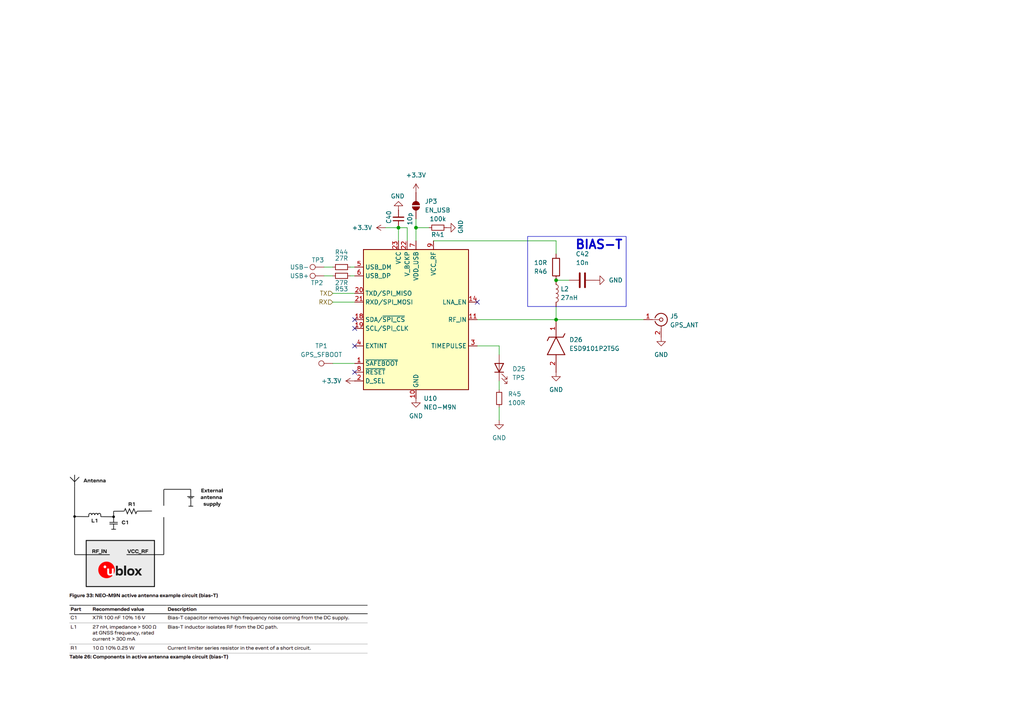
<source format=kicad_sch>
(kicad_sch (version 20231120) (generator "eeschema") (generator_version "8.0")
  (paper "A4")
  (title_block (title "TeR_ECU") (date "2024-07-12") (company "Tecnun-eRacing"))
  (lib_symbols
    (symbol "Connector:Conn_Coaxial" (pin_names (offset 1.016) hide)
      (property "Reference" "J" (at 0.254 3.048 0))
      (property "Value" "Conn_Coaxial" (at 2.921 0 90))
      (symbol "Conn_Coaxial_0_1"
        (arc (start -1.778 -0.508) (mid 0.2311 -1.8066) (end 1.778 0) (stroke (width 0.254)))
        (polyline (pts (xy -2.54 0) (xy -0.508 0)))
        (polyline (pts (xy 0 -2.54) (xy 0 -1.778)))
        (circle (center 0 0) (radius 0.508) (stroke (width 0.2032)))
        (arc (start 1.778 0) (mid 0.2099 1.8101) (end -1.778 0.508) (stroke (width 0.254)))
      )
      (symbol "Conn_Coaxial_1_1"
        (pin passive line (at -5.08 0 0) (length 2.54) (name "In") (number "1"))
        (pin passive line (at 0 -5.08 90) (length 2.54) (name "Ext") (number "2"))
      )
    )
    (symbol "Connector:TestPoint" (pin_numbers hide) (pin_names (offset 0.762) hide)
      (property "Reference" "TP" (at 0 6.858 0))
      (property "Value" "TestPoint" (at 0 5.08 0))
      (symbol "TestPoint_0_1"
        (circle (center 0 3.302) (radius 0.762))
      )
      (symbol "TestPoint_1_1"
        (pin passive line (at 0 0 90) (length 2.54) (name "1") (number "1"))
      )
    )
    (symbol "DIODO_GPS:ESD9101P2T5G" (pin_names hide)
      (property "Reference" "D" (at 10.16 8.89 0))
      (property "Value" "ESD9101P2T5G" (at 10.16 6.35 0))
      (symbol "ESD9101P2T5G_1_1"
        (polyline (pts (xy 4.064 2.54) (xy 5.08 2.032)) (stroke (width 0.254)))
        (polyline (pts (xy 5.08 -2.032) (xy 5.08 2.032)) (stroke (width 0.254)))
        (polyline (pts (xy 5.08 -2.032) (xy 6.096 -2.54)) (stroke (width 0.254)))
        (polyline (pts (xy 5.08 0) (xy 10.16 2.54)) (stroke (width 0.254)))
        (polyline (pts (xy 10.16 -2.54) (xy 5.08 0)) (stroke (width 0.254)))
        (polyline (pts (xy 10.16 -2.54) (xy 10.16 2.54)) (stroke (width 0.254)))
        (pin passive line (at 0 0 0) (length 5.08) (name "K") (number "1"))
        (pin passive line (at 15.24 0 180) (length 5.08) (name "A") (number "2"))
      )
    )
    (symbol "Device:C" (pin_numbers hide) (pin_names (offset 0.254))
      (property "Reference" "C" (at 0.635 2.54 0))
      (property "Value" "C" (at 0.635 -2.54 0))
      (symbol "C_0_1"
        (polyline (pts (xy -2.032 -0.762) (xy 2.032 -0.762)) (stroke (width 0.508)))
        (polyline (pts (xy -2.032 0.762) (xy 2.032 0.762)) (stroke (width 0.508)))
      )
      (symbol "C_1_1"
        (pin passive line (at 0 3.81 270) (length 2.794) (name "~") (number "1"))
        (pin passive line (at 0 -3.81 90) (length 2.794) (name "~") (number "2"))
      )
    )
    (symbol "Device:C_Small" (pin_numbers hide) (pin_names (offset 0.254) hide)
      (property "Reference" "C" (at 0.254 1.778 0))
      (property "Value" "C_Small" (at 0.254 -2.032 0))
      (symbol "C_Small_0_1"
        (polyline (pts (xy -1.524 -0.508) (xy 1.524 -0.508)) (stroke (width 0.3302)))
        (polyline (pts (xy -1.524 0.508) (xy 1.524 0.508)) (stroke (width 0.3048)))
      )
      (symbol "C_Small_1_1"
        (pin passive line (at 0 2.54 270) (length 2.032) (name "~") (number "1"))
        (pin passive line (at 0 -2.54 90) (length 2.032) (name "~") (number "2"))
      )
    )
    (symbol "Device:L" (pin_numbers hide) (pin_names (offset 1.016) hide)
      (property "Reference" "L" (at -1.27 0 90))
      (property "Value" "L" (at 1.905 0 90))
      (symbol "L_0_1"
        (arc (start 0 -2.54) (mid 0.6323 -1.905) (end 0 -1.27))
        (arc (start 0 -1.27) (mid 0.6323 -0.635) (end 0 0))
        (arc (start 0 0) (mid 0.6323 0.635) (end 0 1.27))
        (arc (start 0 1.27) (mid 0.6323 1.905) (end 0 2.54))
      )
      (symbol "L_1_1"
        (pin passive line (at 0 3.81 270) (length 1.27) (name "1") (number "1"))
        (pin passive line (at 0 -3.81 90) (length 1.27) (name "2") (number "2"))
      )
    )
    (symbol "Device:LED" (pin_numbers hide) (pin_names (offset 1.016) hide)
      (property "Reference" "D" (at 0 2.54 0))
      (property "Value" "LED" (at 0 -2.54 0))
      (symbol "LED_0_1"
        (polyline (pts (xy -1.27 -1.27) (xy -1.27 1.27)) (stroke (width 0.254)))
        (polyline (pts (xy -1.27 0) (xy 1.27 0)))
        (polyline (pts (xy 1.27 -1.27) (xy 1.27 1.27) (xy -1.27 0) (xy 1.27 -1.27)) (stroke (width 0.254)))
        (polyline (pts (xy -3.048 -0.762) (xy -4.572 -2.286) (xy -3.81 -2.286) (xy -4.572 -2.286) (xy -4.572 -1.524)))
        (polyline (pts (xy -1.778 -0.762) (xy -3.302 -2.286) (xy -2.54 -2.286) (xy -3.302 -2.286) (xy -3.302 -1.524)))
      )
      (symbol "LED_1_1"
        (pin passive line (at -3.81 0 0) (length 2.54) (name "K") (number "1"))
        (pin passive line (at 3.81 0 180) (length 2.54) (name "A") (number "2"))
      )
    )
    (symbol "Device:R" (pin_numbers hide) (pin_names (offset 0))
      (property "Reference" "R" (at 2.032 0 90))
      (property "Value" "R" (at 0 0 90))
      (symbol "R_0_1"
        (rectangle (start -1.016 -2.54) (end 1.016 2.54) (stroke (width 0.254)))
      )
      (symbol "R_1_1"
        (pin passive line (at 0 3.81 270) (length 1.27) (name "~") (number "1"))
        (pin passive line (at 0 -3.81 90) (length 1.27) (name "~") (number "2"))
      )
    )
    (symbol "Device:R_Small" (pin_numbers hide) (pin_names (offset 0.254) hide)
      (property "Reference" "R" (at 0.762 0.508 0))
      (property "Value" "R_Small" (at 0.762 -1.016 0))
      (symbol "R_Small_0_1"
        (rectangle (start -0.762 1.778) (end 0.762 -1.778) (stroke (width 0.2032)))
      )
      (symbol "R_Small_1_1"
        (pin passive line (at 0 2.54 270) (length 0.762) (name "~") (number "1"))
        (pin passive line (at 0 -2.54 90) (length 0.762) (name "~") (number "2"))
      )
    )
    (symbol "Jumper:SolderJumper_2_Open" (pin_numbers hide) (pin_names (offset 0) hide) (exclude_from_sim yes) (in_bom no)
      (property "Reference" "JP" (at 0 2.032 0))
      (property "Value" "SolderJumper_2_Open" (at 0 -2.54 0))
      (symbol "SolderJumper_2_Open_0_1"
        (arc (start -0.254 1.016) (mid -1.2656 0) (end -0.254 -1.016))
        (arc (start -0.254 1.016) (mid -1.2656 0) (end -0.254 -1.016) (fill (type outline)))
        (polyline (pts (xy -0.254 1.016) (xy -0.254 -1.016)))
        (polyline (pts (xy 0.254 1.016) (xy 0.254 -1.016)))
        (arc (start 0.254 -1.016) (mid 1.2656 0) (end 0.254 1.016))
        (arc (start 0.254 -1.016) (mid 1.2656 0) (end 0.254 1.016) (fill (type outline)))
      )
      (symbol "SolderJumper_2_Open_1_1"
        (pin passive line (at -3.81 0 0) (length 2.54) (name "A") (number "1"))
        (pin passive line (at 3.81 0 180) (length 2.54) (name "B") (number "2"))
      )
    )
    (symbol "RF_GPS:NEO-M9N"
      (property "Reference" "U" (at -13.97 21.59 0))
      (property "Value" "NEO-M9N" (at 11.43 21.59 0))
      (symbol "NEO-M9N_0_1"
        (rectangle (start -15.24 20.32) (end 15.24 -20.32) (stroke (width 0.254)) (fill (type background)))
      )
      (symbol "NEO-M9N_1_1"
        (pin input line (at -17.78 -12.7 0) (length 2.54) (name "~{SAFEBOOT}") (number "1"))
        (pin power_in line (at 0 -22.86 90) (length 2.54) (name "GND") (number "10"))
        (pin input line (at 17.78 0 180) (length 2.54) (name "RF_IN") (number "11"))
        (pin passive line (at 0 -22.86 90) (length 2.54) hide (name "GND") (number "12"))
        (pin passive line (at 0 -22.86 90) (length 2.54) hide (name "GND") (number "13"))
        (pin output line (at 17.78 5.08 180) (length 2.54) (name "LNA_EN") (number "14"))
        (pin no_connect line (at 15.24 -10.16 180) (length 2.54) hide (name "RESERVED") (number "15"))
        (pin no_connect line (at 15.24 -12.7 180) (length 2.54) hide (name "RESERVED") (number "16"))
        (pin no_connect line (at 15.24 -15.24 180) (length 2.54) hide (name "RESERVED") (number "17"))
        (pin bidirectional line (at -17.78 0 0) (length 2.54) (name "SDA/~{SPI_CS}") (number "18"))
        (pin input line (at -17.78 -2.54 0) (length 2.54) (name "SCL/SPI_CLK") (number "19"))
        (pin input line (at -17.78 -17.78 0) (length 2.54) (name "D_SEL") (number "2"))
        (pin output line (at -17.78 7.62 0) (length 2.54) (name "TXD/SPI_MISO") (number "20"))
        (pin input line (at -17.78 5.08 0) (length 2.54) (name "RXD/SPI_MOSI") (number "21"))
        (pin power_in line (at -2.54 22.86 270) (length 2.54) (name "V_BCKP") (number "22"))
        (pin power_in line (at -5.08 22.86 270) (length 2.54) (name "VCC") (number "23"))
        (pin passive line (at 0 -22.86 90) (length 2.54) hide (name "GND") (number "24"))
        (pin output line (at 17.78 -7.62 180) (length 2.54) (name "TIMEPULSE") (number "3"))
        (pin input line (at -17.78 -7.62 0) (length 2.54) (name "EXTINT") (number "4"))
        (pin bidirectional line (at -17.78 15.24 0) (length 2.54) (name "USB_DM") (number "5"))
        (pin bidirectional line (at -17.78 12.7 0) (length 2.54) (name "USB_DP") (number "6"))
        (pin power_in line (at 0 22.86 270) (length 2.54) (name "VDD_USB") (number "7"))
        (pin input line (at -17.78 -15.24 0) (length 2.54) (name "~{RESET}") (number "8"))
        (pin power_out line (at 5.08 22.86 270) (length 2.54) (name "VCC_RF") (number "9"))
      )
    )
    (symbol "power:+3.3V" (power) (pin_numbers hide) (pin_names (offset 0) hide)
      (property "Value" "+3.3V" (at 0 3.556 0))
      (symbol "+3.3V_0_1"
        (polyline (pts (xy -0.762 1.27) (xy 0 2.54)))
        (polyline (pts (xy 0 0) (xy 0 2.54)))
        (polyline (pts (xy 0 2.54) (xy 0.762 1.27)))
      )
      (symbol "+3.3V_1_1"
        (pin power_in line (at 0 0 90) (length 0) (name "~") (number "1"))
      )
    )
    (symbol "power:GND" (power) (pin_numbers hide) (pin_names (offset 0) hide)
      (property "Value" "GND" (at 0 -3.81 0))
      (symbol "GND_0_1"
        (polyline (pts (xy 0 0) (xy 0 -1.27) (xy 1.27 -1.27) (xy 0 -2.54) (xy -1.27 -1.27) (xy 0 -1.27)))
      )
      (symbol "GND_1_1"
        (pin power_in line (at 0 0 270) (length 0) (name "~") (number "1"))
      )
    )
  )
  (junction (at 115.57 66.04))
  (junction (at 120.65 66.04))
  (junction (at 161.29 92.71))
  (junction (at 161.29 81.28))
  (no_connect (at 102.87 107.95))
  (no_connect (at 102.87 100.33))
  (no_connect (at 138.43 87.63))
  (no_connect (at 102.87 92.71))
  (no_connect (at 102.87 95.25))
  (wire (pts (xy 120.65 63.5) (xy 120.65 66.04)))
  (wire (pts (xy 93.98 80.01) (xy 96.52 80.01)))
  (wire (pts (xy 144.78 118.11) (xy 144.78 121.92)))
  (wire (pts (xy 101.6 77.47) (xy 102.87 77.47)))
  (wire (pts (xy 125.73 69.85) (xy 161.29 69.85)))
  (wire (pts (xy 96.52 85.09) (xy 102.87 85.09)))
  (wire (pts (xy 101.6 80.01) (xy 102.87 80.01)))
  (wire (pts (xy 161.29 69.85) (xy 161.29 73.66)))
  (wire (pts (xy 161.29 88.9) (xy 161.29 92.71)))
  (wire (pts (xy 96.52 87.63) (xy 102.87 87.63)))
  (wire (pts (xy 115.57 66.04) (xy 115.57 69.85)))
  (wire (pts (xy 120.65 66.04) (xy 124.46 66.04)))
  (wire (pts (xy 120.65 66.04) (xy 120.65 69.85)))
  (wire (pts (xy 161.29 92.71) (xy 186.69 92.71)))
  (wire (pts (xy 115.57 66.04) (xy 118.11 66.04)))
  (wire (pts (xy 96.52 105.41) (xy 102.87 105.41)))
  (wire (pts (xy 144.78 100.33) (xy 144.78 102.87)))
  (wire (pts (xy 138.43 92.71) (xy 161.29 92.71)))
  (wire (pts (xy 118.11 66.04) (xy 118.11 69.85)))
  (wire (pts (xy 111.76 66.04) (xy 115.57 66.04)))
  (wire (pts (xy 144.78 110.49) (xy 144.78 113.03)))
  (wire (pts (xy 138.43 100.33) (xy 144.78 100.33)))
  (wire (pts (xy 93.98 77.47) (xy 96.52 77.47)))
  (wire (pts (xy 165.1 81.28) (xy 161.29 81.28)))
  (rectangle (start 153.035 68.58) (end 181.61 88.9))
  (image (at 64.77 163.83))
  (text "BIAS-T" (at 173.736 71.12 0) (effects (font (size 2.54 2.54) (thickness 0.508) (bold yes))))
  (hierarchical_label "TX" (shape input) (at 96.52 85.09 180))
  (hierarchical_label "RX" (shape input) (at 96.52 87.63 180))
  (symbol (lib_id "DIODO_GPS:ESD9101P2T5G") (at 161.29 92.71 270) (unit 1)
    (property "Reference" "D26" (at 165.1 98.5519 90) (effects (justify left)))
    (property "Value" "ESD9101P2T5G" (at 165.1 101.0919 90) (effects (justify left)))
    (property "Footprint" "GPS_D:SODFL1006X40N" (effects (hide yes)))
    (property "Datasheet" "http://www.onsemi.com/pub/Collateral/ESD9101-D.PDF" (effects (hide yes)))
    (property "Description" "Low Capacitance ESD Protection Diodes for High Speed Data Lines" (effects (hide yes)))
    (property "Height" "0.4" (effects (hide yes)))
    (property "Manufacturer_Name" "onsemi" (effects (hide yes)))
    (property "Manufacturer_Part_Number" "ESD9101P2T5G" (effects (hide yes)))
    (property "Mouser Part Number" "863-ESD9101P2T5G" (effects (hide yes)))
    (property "Mouser Price/Stock" "https://www.mouser.co.uk/ProductDetail/onsemi/ESD9101P2T5G?qs=5aG0NVq1C4ySlMx2D5w2xw%3D%3D" (effects (hide yes)))
    (property "Arrow Part Number" "ESD9101P2T5G" (effects (hide yes)))
    (property "Arrow Price/Stock" "https://www.arrow.com/en/products/esd9101p2t5g/on-semiconductor?region=nac" (effects (hide yes)))
  )
  (symbol (lib_id "Device:R_Small") (at 99.06 80.01 270) (unit 1)
    (property "Reference" "R53" (at 99.06 83.82 90))
    (property "Value" "27R" (at 99.06 82.042 90))
    (property "Footprint" "Resistor_SMD:R_0603_1608Metric" (effects (hide yes)))
    (property "Description" "Resistor, small symbol" (effects (hide yes)))
  )
  (symbol (lib_id "power:GND") (at 172.72 81.28 90) (unit 1)
    (property "Reference" "#PWR0128" (effects (hide yes)))
    (property "Value" "GND" (at 176.53 81.2799 90) (effects (justify right)))
    (property "Description" "Power symbol creates a global label with name \"GND\" , ground" (effects (hide yes)))
  )
  (symbol (lib_id "power:GND") (at 161.29 107.95 0) (unit 1)
    (property "Reference" "#PWR0127" (effects (hide yes)))
    (property "Value" "GND" (at 161.29 113.03 0))
    (property "Description" "Power symbol creates a global label with name \"GND\" , ground" (effects (hide yes)))
  )
  (symbol (lib_id "power:GND") (at 191.77 97.79 0) (unit 1)
    (property "Reference" "#PWR0129" (effects (hide yes)))
    (property "Value" "GND" (at 191.77 102.87 0))
    (property "Description" "Power symbol creates a global label with name \"GND\" , ground" (effects (hide yes)))
  )
  (symbol (lib_id "Connector:TestPoint") (at 93.98 80.01 90) (unit 1)
    (property "Reference" "TP2" (at 91.948 82.042 90))
    (property "Value" "USB+" (at 86.868 80.01 90))
    (property "Footprint" "TestPoint:TestPoint_Pad_1.0x1.0mm" (effects (hide yes)))
    (property "Description" "test point" (effects (hide yes)))
  )
  (symbol (lib_id "power:+3.3V") (at 120.65 55.88 0) (unit 1)
    (property "Reference" "#PWR0122" (effects (hide yes)))
    (property "Value" "+3.3V" (at 120.65 50.8 0))
    (property "Description" "Power symbol creates a global label with name \"+3.3V\"" (effects (hide yes)))
  )
  (symbol (lib_id "Connector:TestPoint") (at 93.98 77.47 90) (unit 1)
    (property "Reference" "TP3" (at 92.202 75.438 90))
    (property "Value" "USB-" (at 86.868 77.47 90))
    (property "Footprint" "TestPoint:TestPoint_Pad_1.0x1.0mm" (effects (hide yes)))
    (property "Description" "test point" (effects (hide yes)))
  )
  (symbol (lib_id "Device:R_Small") (at 99.06 77.47 90) (unit 1)
    (property "Reference" "R44" (at 99.06 73.152 90))
    (property "Value" "27R" (at 99.06 74.93 90))
    (property "Footprint" "Resistor_SMD:R_0603_1608Metric" (effects (hide yes)))
    (property "Description" "Resistor, small symbol" (effects (hide yes)))
  )
  (symbol (lib_id "power:GND") (at 115.57 60.96 180) (unit 1)
    (property "Reference" "#PWR0121" (effects (hide yes)))
    (property "Value" "GND" (at 115.316 56.896 0))
    (property "Description" "Power symbol creates a global label with name \"GND\" , ground" (effects (hide yes)))
  )
  (symbol (lib_id "Device:L") (at 161.29 85.09 0) (unit 1)
    (property "Reference" "L2" (at 162.56 83.8199 0) (effects (justify left)))
    (property "Value" "27nH" (at 162.56 86.3599 0) (effects (justify left)))
    (property "Footprint" "Inductor_SMD:L_0402_1005Metric" (effects (hide yes)))
    (property "Description" "Inductor" (effects (hide yes)))
  )
  (symbol (lib_id "Device:R_Small") (at 144.78 115.57 0) (unit 1)
    (property "Reference" "R45" (at 147.32 114.2999 0) (effects (justify left)))
    (property "Value" "100R" (at 147.32 116.8399 0) (effects (justify left)))
    (property "Footprint" "Resistor_SMD:R_0603_1608Metric" (effects (hide yes)))
    (property "Description" "Resistor, small symbol" (effects (hide yes)))
  )
  (symbol (lib_id "Jumper:SolderJumper_2_Open") (at 120.65 59.69 90) (unit 1) (exclude_from_sim yes) (in_bom no)
    (property "Reference" "JP3" (at 123.19 58.4199 90) (effects (justify right)))
    (property "Value" "EN_USB" (at 123.19 60.9599 90) (effects (justify right)))
    (property "Footprint" "Jumper:SolderJumper-2_P1.3mm_Open_RoundedPad1.0x1.5mm" (effects (hide yes)))
    (property "Description" "Solder Jumper, 2-pole, open" (effects (hide yes)))
  )
  (symbol (lib_id "Connector:Conn_Coaxial") (at 191.77 92.71 0) (unit 1)
    (property "Reference" "J5" (at 194.31 91.7331 0) (effects (justify left)))
    (property "Value" "GPS_ANT" (at 194.31 94.2731 0) (effects (justify left)))
    (property "Footprint" "Connector_Coaxial:SMA_Amphenol_132289_EdgeMount" (effects (hide yes)))
    (property "Description" "coaxial connector (BNC, SMA, SMB, SMC, Cinch/RCA, LEMO, ...)" (effects (hide yes)))
  )
  (symbol (lib_id "power:GND") (at 120.65 115.57 0) (unit 1)
    (property "Reference" "#PWR0124" (effects (hide yes)))
    (property "Value" "GND" (at 120.65 120.65 0))
    (property "Description" "Power symbol creates a global label with name \"GND\" , ground" (effects (hide yes)))
  )
  (symbol (lib_id "power:+3.3V") (at 102.87 110.49 90) (unit 1)
    (property "Reference" "#PWR0119" (effects (hide yes)))
    (property "Value" "+3.3V" (at 99.06 110.4899 90) (effects (justify left)))
    (property "Description" "Power symbol creates a global label with name \"+3.3V\"" (effects (hide yes)))
  )
  (symbol (lib_id "Device:R_Small") (at 127 66.04 90) (unit 1)
    (property "Reference" "R41" (at 127 68.072 90))
    (property "Value" "100k" (at 127 63.5 90))
    (property "Footprint" "Resistor_SMD:R_0603_1608Metric" (effects (hide yes)))
    (property "Description" "Resistor, small symbol" (effects (hide yes)))
  )
  (symbol (lib_id "Device:LED") (at 144.78 106.68 90) (unit 1)
    (property "Reference" "D25" (at 148.59 106.9974 90) (effects (justify right)))
    (property "Value" "TPS" (at 148.59 109.5374 90) (effects (justify right)))
    (property "Footprint" "LED_SMD:LED_0603_1608Metric" (effects (hide yes)))
    (property "Description" "Light emitting diode" (effects (hide yes)))
  )
  (symbol (lib_id "Device:R") (at 161.29 77.47 180) (unit 1)
    (property "Reference" "R46" (at 158.75 78.7401 0) (effects (justify left)))
    (property "Value" "10R" (at 158.75 76.2001 0) (effects (justify left)))
    (property "Footprint" "Resistor_SMD:R_0402_1005Metric" (effects (hide yes)))
    (property "Description" "Resistor" (effects (hide yes)))
  )
  (symbol (lib_id "Device:C") (at 168.91 81.28 90) (unit 1)
    (property "Reference" "C42" (at 168.91 73.66 90))
    (property "Value" "10n" (at 168.91 76.2 90))
    (property "Footprint" "Capacitor_SMD:C_0402_1005Metric" (effects (hide yes)))
    (property "Description" "Unpolarized capacitor" (effects (hide yes)))
  )
  (symbol (lib_id "power:GND") (at 144.78 121.92 0) (unit 1)
    (property "Reference" "#PWR0126" (effects (hide yes)))
    (property "Value" "GND" (at 144.78 127 0))
    (property "Description" "Power symbol creates a global label with name \"GND\" , ground" (effects (hide yes)))
  )
  (symbol (lib_id "power:+3.3V") (at 111.76 66.04 90) (unit 1)
    (property "Reference" "#PWR0120" (effects (hide yes)))
    (property "Value" "+3.3V" (at 107.95 66.0399 90) (effects (justify left)))
    (property "Description" "Power symbol creates a global label with name \"+3.3V\"" (effects (hide yes)))
  )
  (symbol (lib_id "Device:C_Small") (at 115.57 63.5 180) (unit 1)
    (property "Reference" "C40" (at 112.776 62.992 90))
    (property "Value" "10p" (at 118.872 63.5 90))
    (property "Footprint" "Capacitor_SMD:C_0603_1608Metric" (effects (hide yes)))
    (property "Description" "Unpolarized capacitor, small symbol" (effects (hide yes)))
  )
  (symbol (lib_id "Connector:TestPoint") (at 96.52 105.41 90) (unit 1)
    (property "Reference" "TP1" (at 93.218 100.33 90))
    (property "Value" "GPS_SFBOOT" (at 93.218 102.87 90))
    (property "Footprint" "TestPoint:TestPoint_Pad_1.0x1.0mm" (effects (hide yes)))
    (property "Description" "test point" (effects (hide yes)))
  )
  (symbol (lib_id "RF_GPS:NEO-M9N") (at 120.65 92.71 0) (unit 1)
    (property "Reference" "U10" (at 122.8441 115.57 0) (effects (justify left)))
    (property "Value" "NEO-M9N" (at 122.8441 118.11 0) (effects (justify left)))
    (property "Footprint" "RF_GPS:ublox_NEO" (effects (hide yes)))
    (property "Datasheet" "https://www.u-blox.com/sites/default/files/NEO-M9N-00B_DataSheet_UBX-19014285.pdf" (effects (hide yes)))
    (property "Description" "GNSS Module NEO M8, VCC 2.7V to 3.6V" (effects (hide yes)))
  )
  (symbol (lib_id "power:GND") (at 129.54 66.04 90) (unit 1)
    (property "Reference" "#PWR0123" (effects (hide yes)))
    (property "Value" "GND" (at 133.604 65.786 0))
    (property "Description" "Power symbol creates a global label with name \"GND\" , ground" (effects (hide yes)))
  )
)
</source>
